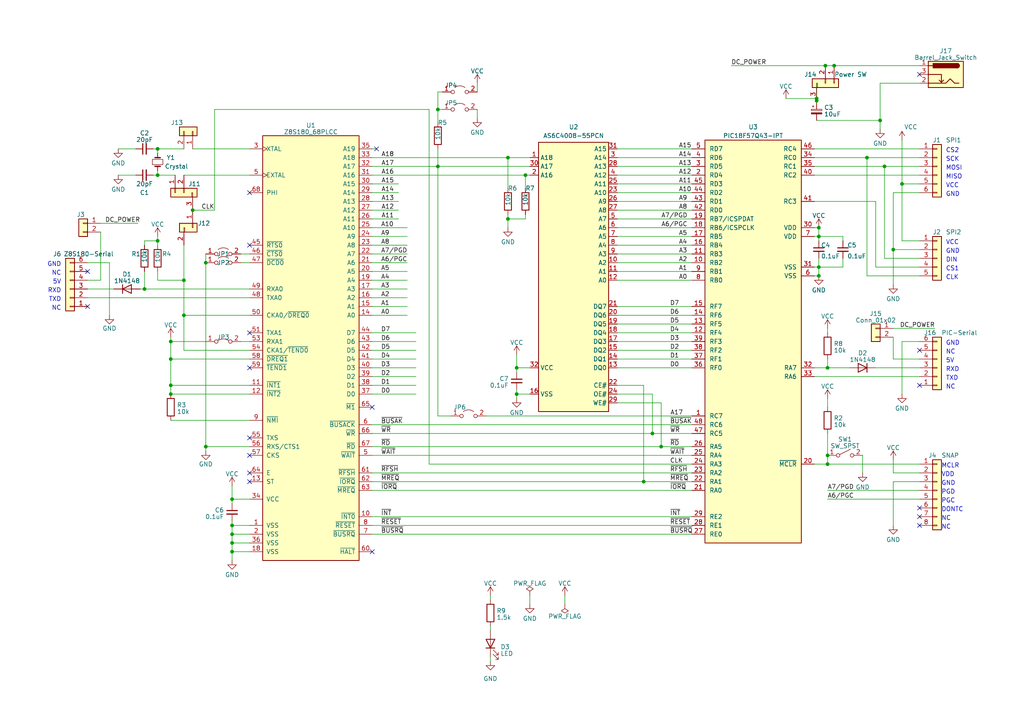
<source format=kicad_sch>
(kicad_sch (version 20230121) (generator eeschema)
  (paper "A4")
  (title_block (title "Z8S180_57Q board (schematized by N.Kumagai") (rev "001"))
  (lib_symbols
    (symbol "0-Project:Conn_01x02_trans" (pin_names (offset 1.016) hide)
      (property "Reference" "J" (at 0 2.54 0))
      (property "Value" "Conn_01x02" (at 0 -5.08 0))
      (symbol "Conn_01x02_trans_1_1"
        (pin passive line (at -5.08 0 0) (length 3.81) (name "Pin_1") (number "1"))
        (pin passive line (at 5.08 -2.54 180) (length 3.81) (name "Pin_2") (number "2"))
      )
    )
    (symbol "0-Project:Conn_01x03" (pin_names (offset 1.016) hide)
      (property "Reference" "J" (at 0 5.08 0))
      (property "Value" "Conn_01x03" (at 0 -5.08 0))
      (symbol "Conn_01x03_1_1"
        (pin passive line (at -5.08 2.54 0) (length 3.81) (name "Pin_1") (number "1"))
        (pin passive line (at -5.08 0 0) (length 3.81) (name "Pin_2") (number "2"))
        (pin passive line (at 5.08 -2.54 180) (length 3.81) (name "Pin_3") (number "3"))
      )
    )
    (symbol "0-Project:Z8S180_68PLCC" (pin_names (offset 1.016))
      (property "Reference" "U" (at -13.97 35.56 0))
      (property "Value" "Z8S180_68PLCC" (at -1.27 35.56 0))
      (symbol "Z8S180_68PLCC_1_1"
        (pin power_in line (at -17.78 -78.74 0) (length 3.81) (name "VSS") (number "1"))
        (pin input line (at 17.78 -76.2 180) (length 3.81) (name "~{INT0}") (number "10"))
        (pin input line (at -17.78 -38.1 0) (length 3.81) (name "~{INT1}") (number "11"))
        (pin input line (at -17.78 -40.64 0) (length 3.81) (name "~{INT2}") (number "12"))
        (pin output line (at -17.78 -66.04 0) (length 3.81) (name "ST") (number "13"))
        (pin output line (at 17.78 -17.78 180) (length 3.81) (name "A0") (number "14"))
        (pin output line (at 17.78 -15.24 180) (length 3.81) (name "A1") (number "15"))
        (pin output line (at 17.78 -12.7 180) (length 3.81) (name "A2") (number "16"))
        (pin output line (at 17.78 -10.16 180) (length 3.81) (name "A3") (number "17"))
        (pin power_in line (at -17.78 -86.36 0) (length 3.81) (name "VSS") (number "18"))
        (pin output line (at 17.78 -7.62 180) (length 3.81) (name "A4") (number "19"))
        (pin power_in line (at -17.78 -81.28 0) (length 3.81) (name "VSS") (number "2"))
        (pin output line (at 17.78 -5.08 180) (length 3.81) (name "A5") (number "20"))
        (pin output line (at 17.78 -2.54 180) (length 3.81) (name "A6") (number "21"))
        (pin output line (at 17.78 0 180) (length 3.81) (name "A7") (number "22"))
        (pin output line (at 17.78 2.54 180) (length 3.81) (name "A8") (number "23"))
        (pin output line (at 17.78 5.08 180) (length 3.81) (name "A9") (number "24"))
        (pin output line (at 17.78 7.62 180) (length 3.81) (name "A10") (number "25"))
        (pin output line (at 17.78 10.16 180) (length 3.81) (name "A11") (number "26"))
        (pin output line (at 17.78 12.7 180) (length 3.81) (name "A12") (number "27"))
        (pin output line (at 17.78 15.24 180) (length 3.81) (name "A13") (number "28"))
        (pin output line (at 17.78 17.78 180) (length 3.81) (name "A14") (number "29"))
        (pin input clock (at -17.78 30.48 0) (length 3.81) (name "XTAL") (number "3"))
        (pin output line (at 17.78 20.32 180) (length 3.81) (name "A15") (number "30"))
        (pin output line (at 17.78 22.86 180) (length 3.81) (name "A16") (number "31"))
        (pin output line (at 17.78 25.4 180) (length 3.81) (name "A17") (number "32"))
        (pin output line (at 17.78 27.94 180) (length 3.81) (name "A18") (number "33"))
        (pin power_in line (at -17.78 -71.12 0) (length 3.81) (name "VCC") (number "34"))
        (pin output line (at 17.78 30.48 180) (length 3.81) (name "A19") (number "35"))
        (pin power_in line (at -17.78 -83.82 0) (length 3.81) (name "VSS") (number "36"))
        (pin bidirectional line (at 17.78 -40.64 180) (length 3.81) (name "D0") (number "37"))
        (pin bidirectional line (at 17.78 -38.1 180) (length 3.81) (name "D1") (number "38"))
        (pin bidirectional line (at 17.78 -35.56 180) (length 3.81) (name "D2") (number "39"))
        (pin bidirectional line (at 17.78 -33.02 180) (length 3.81) (name "D3") (number "40"))
        (pin bidirectional line (at 17.78 -30.48 180) (length 3.81) (name "D4") (number "41"))
        (pin bidirectional line (at 17.78 -27.94 180) (length 3.81) (name "D5") (number "42"))
        (pin bidirectional line (at 17.78 -25.4 180) (length 3.81) (name "D6") (number "43"))
        (pin bidirectional line (at 17.78 -22.86 180) (length 3.81) (name "D7") (number "44"))
        (pin output line (at -17.78 2.54 0) (length 3.81) (name "~{RTS0}") (number "45"))
        (pin input line (at -17.78 0 0) (length 3.81) (name "~{CTS0}") (number "46"))
        (pin input line (at -17.78 -2.54 0) (length 3.81) (name "~{DCD0}") (number "47"))
        (pin output line (at -17.78 -12.7 0) (length 3.81) (name "TXA0") (number "48"))
        (pin input line (at -17.78 -10.16 0) (length 3.81) (name "RXA0") (number "49"))
        (pin input clock (at -17.78 22.86 0) (length 3.81) (name "EXTAL") (number "5"))
        (pin input line (at 17.78 -58.42 180) (length 3.81) (name "~{WAIT}") (number "5"))
        (pin input line (at -17.78 -17.78 0) (length 3.81) (name "CKA0/~{DREQ0}") (number "50"))
        (pin output line (at -17.78 -22.86 0) (length 3.81) (name "TXA1") (number "51"))
        (pin input line (at -17.78 -25.4 0) (length 3.81) (name "RXA1") (number "53"))
        (pin input line (at -17.78 -27.94 0) (length 3.81) (name "CKA1/~{TEND0}") (number "54"))
        (pin output line (at -17.78 -53.34 0) (length 3.81) (name "TXS") (number "55"))
        (pin input line (at -17.78 -55.88 0) (length 3.81) (name "RXS/CTS1") (number "56"))
        (pin input line (at -17.78 -58.42 0) (length 3.81) (name "CKS") (number "57"))
        (pin input line (at -17.78 -30.48 0) (length 3.81) (name "~{DREQ1}") (number "58"))
        (pin input line (at -17.78 -33.02 0) (length 3.81) (name "~{TEND1}") (number "59"))
        (pin output line (at 17.78 -49.53 180) (length 3.81) (name "~{BUSACK}") (number "6"))
        (pin output line (at 17.78 -86.36 180) (length 3.81) (name "~{HALT}") (number "60"))
        (pin output line (at 17.78 -63.5 180) (length 3.81) (name "~{RFSH}") (number "61"))
        (pin output line (at 17.78 -66.04 180) (length 3.81) (name "~{IORQ}") (number "62"))
        (pin output line (at 17.78 -68.58 180) (length 3.81) (name "~{MREQ}") (number "63"))
        (pin output line (at -17.78 -63.5 0) (length 3.81) (name "E") (number "64"))
        (pin output line (at 17.78 -44.45 180) (length 3.81) (name "~{M1}") (number "65"))
        (pin output line (at 17.78 -52.07 180) (length 3.81) (name "~{WR}") (number "66"))
        (pin output line (at 17.78 -55.88 180) (length 3.81) (name "~{RD}") (number "67"))
        (pin output line (at -17.78 17.78 0) (length 3.81) (name "PHI") (number "68"))
        (pin input line (at 17.78 -81.28 180) (length 3.81) (name "~{BUSRQ}") (number "7"))
        (pin input line (at 17.78 -78.74 180) (length 3.81) (name "~{RESET}") (number "8"))
        (pin input line (at -17.78 -48.26 0) (length 3.81) (name "~{NMI}") (number "9"))
      )
    )
    (symbol "0-local:AS6C4008-55PCN_oneside"
      (property "Reference" "U" (at -10.16 36.195 0))
      (property "Value" "AS6C4008-55PCN" (at -2.54 36.83 0))
      (symbol "AS6C4008-55PCN_oneside_0_0"
        (pin power_in line (at -12.7 -36.83 0) (length 2.54) (name "VSS") (number "16"))
        (pin power_in line (at -12.7 -29.21 0) (length 2.54) (name "VCC") (number "32"))
      )
      (symbol "AS6C4008-55PCN_oneside_1_1"
        (pin input line (at -12.7 31.75 0) (length 2.54) (name "A18") (number "1"))
        (pin input line (at 12.7 1.27 180) (length 2.54) (name "A2") (number "10"))
        (pin input line (at 12.7 -1.27 180) (length 2.54) (name "A1") (number "11"))
        (pin input line (at 12.7 -3.81 180) (length 2.54) (name "A0") (number "12"))
        (pin tri_state line (at 12.7 -29.21 180) (length 2.54) (name "DQ0") (number "13"))
        (pin tri_state line (at 12.7 -26.67 180) (length 2.54) (name "DQ1") (number "14"))
        (pin tri_state line (at 12.7 -24.13 180) (length 2.54) (name "DQ2") (number "15"))
        (pin tri_state line (at 12.7 -21.59 180) (length 2.54) (name "DQ3") (number "17"))
        (pin tri_state line (at 12.7 -19.05 180) (length 2.54) (name "DQ4") (number "18"))
        (pin tri_state line (at 12.7 -16.51 180) (length 2.54) (name "DQ5") (number "19"))
        (pin input line (at -12.7 26.67 0) (length 2.54) (name "A16") (number "2"))
        (pin tri_state line (at 12.7 -13.97 180) (length 2.54) (name "DQ6") (number "20"))
        (pin tri_state line (at 12.7 -11.43 180) (length 2.54) (name "DQ7") (number "21"))
        (pin input line (at 12.7 -34.29 180) (length 2.54) (name "CE#") (number "22"))
        (pin input line (at 12.7 21.59 180) (length 2.54) (name "A10") (number "23"))
        (pin input line (at 12.7 -36.83 180) (length 2.54) (name "OE#") (number "24"))
        (pin input line (at 12.7 24.13 180) (length 2.54) (name "A11") (number "25"))
        (pin input line (at 12.7 19.05 180) (length 2.54) (name "A9") (number "26"))
        (pin input line (at 12.7 16.51 180) (length 2.54) (name "A8") (number "27"))
        (pin input line (at 12.7 29.21 180) (length 2.54) (name "A13") (number "28"))
        (pin input line (at 12.7 -39.37 180) (length 2.54) (name "WE#") (number "29"))
        (pin input line (at 12.7 31.75 180) (length 2.54) (name "A14") (number "3"))
        (pin input line (at -12.7 29.21 0) (length 2.54) (name "A17") (number "30"))
        (pin input line (at 12.7 34.29 180) (length 2.54) (name "A15") (number "31"))
        (pin input line (at 12.7 26.67 180) (length 2.54) (name "A12") (number "4"))
        (pin input line (at 12.7 13.97 180) (length 2.54) (name "A7") (number "5"))
        (pin input line (at 12.7 11.43 180) (length 2.54) (name "A6") (number "6"))
        (pin input line (at 12.7 8.89 180) (length 2.54) (name "A5") (number "7"))
        (pin input line (at 12.7 6.35 180) (length 2.54) (name "A4") (number "8"))
        (pin input line (at 12.7 3.81 180) (length 2.54) (name "A3") (number "9"))
      )
    )
    (symbol "0-local:PIC18F57Q43-IPT-2" (pin_names (offset 1.27))
      (property "Reference" "U" (at -12.7 59.69 0))
      (property "Value" "PIC18F57Q43-IPT" (at 5.08 59.69 0))
      (symbol "PIC18F57Q43-IPT-2_1_1"
        (pin bidirectional line (at -17.78 -21.59 0) (length 3.81) (name "RC7") (number "1"))
        (pin bidirectional line (at -17.78 22.86 0) (length 3.81) (name "RB2") (number "10"))
        (pin bidirectional line (at -17.78 25.4 0) (length 3.81) (name "RB3") (number "11"))
        (pin bidirectional line (at -17.78 2.54 0) (length 3.81) (name "RF4") (number "12"))
        (pin bidirectional line (at -17.78 5.08 0) (length 3.81) (name "RF5") (number "13"))
        (pin bidirectional line (at -17.78 7.62 0) (length 3.81) (name "RF6") (number "14"))
        (pin bidirectional line (at -17.78 10.16 0) (length 3.81) (name "RF7") (number "15"))
        (pin bidirectional line (at -17.78 27.94 0) (length 3.81) (name "RB4") (number "16"))
        (pin bidirectional line (at -17.78 30.48 0) (length 3.81) (name "RB5") (number "17"))
        (pin bidirectional line (at -17.78 33.02 0) (length 3.81) (name "RB6/ICSPCLK") (number "18"))
        (pin bidirectional line (at -17.78 35.56 0) (length 3.81) (name "RB7/ICSPDAT") (number "19"))
        (pin bidirectional line (at -17.78 48.26 0) (length 3.81) (name "RD4") (number "2"))
        (pin bidirectional line (at 17.78 -35.56 180) (length 3.81) (name "~{MCLR}") (number "20"))
        (pin bidirectional line (at -17.78 -43.18 0) (length 3.81) (name "RA0") (number "21"))
        (pin bidirectional line (at -17.78 -40.64 0) (length 3.81) (name "RA1") (number "22"))
        (pin bidirectional line (at -17.78 -38.1 0) (length 3.81) (name "RA2") (number "23"))
        (pin bidirectional line (at -17.78 -35.56 0) (length 3.81) (name "RA3") (number "24"))
        (pin bidirectional line (at -17.78 -33.02 0) (length 3.81) (name "RA4") (number "25"))
        (pin bidirectional line (at -17.78 -30.48 0) (length 3.81) (name "RA5") (number "26"))
        (pin bidirectional line (at -17.78 -55.88 0) (length 3.81) (name "RE0") (number "27"))
        (pin bidirectional line (at -17.78 -53.34 0) (length 3.81) (name "RE1") (number "28"))
        (pin bidirectional line (at -17.78 -50.8 0) (length 3.81) (name "RE2") (number "29"))
        (pin bidirectional line (at -17.78 50.8 0) (length 3.81) (name "RD5") (number "3"))
        (pin power_in line (at 17.78 33.02 180) (length 3.81) (name "VDD") (number "30"))
        (pin power_in line (at 17.78 21.59 180) (length 3.81) (name "VSS") (number "31"))
        (pin bidirectional line (at 17.78 -7.62 180) (length 3.81) (name "RA7") (number "32"))
        (pin bidirectional line (at 17.78 -10.16 180) (length 3.81) (name "RA6") (number "33"))
        (pin bidirectional line (at 17.78 53.34 180) (length 3.81) (name "RC0") (number "34"))
        (pin bidirectional line (at 17.78 50.8 180) (length 3.81) (name "RC1") (number "35"))
        (pin bidirectional line (at -17.78 -7.62 0) (length 3.81) (name "RF0") (number "36"))
        (pin bidirectional line (at -17.78 -5.08 0) (length 3.81) (name "RF1") (number "37"))
        (pin bidirectional line (at -17.78 -2.54 0) (length 3.81) (name "RF2") (number "38"))
        (pin bidirectional line (at -17.78 0 0) (length 3.81) (name "RF3") (number "39"))
        (pin bidirectional line (at -17.78 53.34 0) (length 3.81) (name "RD6") (number "4"))
        (pin bidirectional line (at 17.78 48.26 180) (length 3.81) (name "RC2") (number "40"))
        (pin bidirectional line (at 17.78 40.64 180) (length 3.81) (name "RC3") (number "41"))
        (pin bidirectional line (at -17.78 38.1 0) (length 3.81) (name "RD0") (number "42"))
        (pin bidirectional line (at -17.78 40.64 0) (length 3.81) (name "RD1") (number "43"))
        (pin bidirectional line (at -17.78 43.18 0) (length 3.81) (name "RD2") (number "44"))
        (pin bidirectional line (at -17.78 45.72 0) (length 3.81) (name "RD3") (number "45"))
        (pin bidirectional line (at 17.78 55.88 180) (length 3.81) (name "RC4") (number "46"))
        (pin bidirectional line (at -17.78 -26.67 0) (length 3.81) (name "RC5") (number "47"))
        (pin bidirectional line (at -17.78 -24.13 0) (length 3.81) (name "RC6") (number "48"))
        (pin bidirectional line (at -17.78 55.88 0) (length 3.81) (name "RD7") (number "5"))
        (pin power_in line (at 17.78 19.05 180) (length 3.81) (name "VSS") (number "6"))
        (pin power_in line (at 17.78 30.48 180) (length 3.81) (name "VDD") (number "7"))
        (pin bidirectional line (at -17.78 17.78 0) (length 3.81) (name "RB0") (number "8"))
        (pin bidirectional line (at -17.78 20.32 0) (length 3.81) (name "RB1") (number "9"))
      )
    )
    (symbol "Connector:Barrel_Jack_Switch" (pin_names hide)
      (property "Reference" "J" (at 0 5.334 0))
      (property "Value" "Barrel_Jack_Switch" (at 0 -5.08 0))
      (symbol "Barrel_Jack_Switch_1_1"
        (pin passive line (at 7.62 2.54 180) (length 2.54) (name "~") (number "1"))
        (pin passive line (at 7.62 -2.54 180) (length 2.54) (name "~") (number "2"))
        (pin passive line (at 7.62 0 180) (length 2.54) (name "~") (number "3"))
      )
    )
    (symbol "Connector_Generic:Conn_01x02" (pin_names (offset 1.016) hide)
      (property "Reference" "J" (at 0 2.54 0))
      (property "Value" "Conn_01x02" (at 0 -5.08 0))
      (symbol "Conn_01x02_1_1"
        (pin passive line (at -5.08 0 0) (length 3.81) (name "Pin_1") (number "1"))
        (pin passive line (at -5.08 -2.54 0) (length 3.81) (name "Pin_2") (number "2"))
      )
    )
    (symbol "Connector_Generic:Conn_01x05" (pin_names (offset 1.016) hide)
      (property "Reference" "J" (at 0 7.62 0))
      (property "Value" "Conn_01x05" (at 0 -7.62 0))
      (symbol "Conn_01x05_1_1"
        (pin passive line (at -5.08 5.08 0) (length 3.81) (name "Pin_1") (number "1"))
        (pin passive line (at -5.08 2.54 0) (length 3.81) (name "Pin_2") (number "2"))
        (pin passive line (at -5.08 0 0) (length 3.81) (name "Pin_3") (number "3"))
        (pin passive line (at -5.08 -2.54 0) (length 3.81) (name "Pin_4") (number "4"))
        (pin passive line (at -5.08 -5.08 0) (length 3.81) (name "Pin_5") (number "5"))
      )
    )
    (symbol "Connector_Generic:Conn_01x06" (pin_names (offset 1.016) hide)
      (property "Reference" "J" (at 0 7.62 0))
      (property "Value" "Conn_01x06" (at 0 -10.16 0))
      (symbol "Conn_01x06_1_1"
        (pin passive line (at -5.08 5.08 0) (length 3.81) (name "Pin_1") (number "1"))
        (pin passive line (at -5.08 2.54 0) (length 3.81) (name "Pin_2") (number "2"))
        (pin passive line (at -5.08 0 0) (length 3.81) (name "Pin_3") (number "3"))
        (pin passive line (at -5.08 -2.54 0) (length 3.81) (name "Pin_4") (number "4"))
        (pin passive line (at -5.08 -5.08 0) (length 3.81) (name "Pin_5") (number "5"))
        (pin passive line (at -5.08 -7.62 0) (length 3.81) (name "Pin_6") (number "6"))
      )
    )
    (symbol "Connector_Generic:Conn_01x08" (pin_names (offset 1.016) hide)
      (property "Reference" "J" (at 0 10.16 0))
      (property "Value" "Conn_01x08" (at 0 -12.7 0))
      (symbol "Conn_01x08_1_1"
        (pin passive line (at -5.08 7.62 0) (length 3.81) (name "Pin_1") (number "1"))
        (pin passive line (at -5.08 5.08 0) (length 3.81) (name "Pin_2") (number "2"))
        (pin passive line (at -5.08 2.54 0) (length 3.81) (name "Pin_3") (number "3"))
        (pin passive line (at -5.08 0 0) (length 3.81) (name "Pin_4") (number "4"))
        (pin passive line (at -5.08 -2.54 0) (length 3.81) (name "Pin_5") (number "5"))
        (pin passive line (at -5.08 -5.08 0) (length 3.81) (name "Pin_6") (number "6"))
        (pin passive line (at -5.08 -7.62 0) (length 3.81) (name "Pin_7") (number "7"))
        (pin passive line (at -5.08 -10.16 0) (length 3.81) (name "Pin_8") (number "8"))
      )
    )
    (symbol "Device:C_Polarized_Small" (pin_numbers hide) (pin_names (offset 0.254) hide)
      (property "Reference" "C" (at 0.254 1.778 0))
      (property "Value" "C_Polarized_Small" (at 0.254 -2.032 0))
      (symbol "C_Polarized_Small_1_1"
        (pin passive line (at 0 2.54 270) (length 1.8542) (name "~") (number "1"))
        (pin passive line (at 0 -2.54 90) (length 1.8542) (name "~") (number "2"))
      )
    )
    (symbol "Device:C_Small" (pin_numbers hide) (pin_names (offset 0.254) hide)
      (property "Reference" "C" (at 0.254 1.778 0))
      (property "Value" "C_Small" (at 0.254 -2.032 0))
      (symbol "C_Small_1_1"
        (pin passive line (at 0 2.54 270) (length 2.032) (name "~") (number "1"))
        (pin passive line (at 0 -2.54 90) (length 2.032) (name "~") (number "2"))
      )
    )
    (symbol "Device:Crystal_Small" (pin_numbers hide) (pin_names (offset 1.016) hide)
      (property "Reference" "Y" (at 0 2.54 0))
      (property "Value" "Crystal_Small" (at 0 -2.54 0))
      (symbol "Crystal_Small_1_1"
        (pin passive line (at -2.54 0 0) (length 1.27) (name "1") (number "1"))
        (pin passive line (at 2.54 0 180) (length 1.27) (name "2") (number "2"))
      )
    )
    (symbol "Device:LED" (pin_numbers hide) (pin_names (offset 1.016) hide)
      (property "Reference" "D" (at 0 2.54 0))
      (property "Value" "LED" (at 0 -2.54 0))
      (symbol "LED_1_1"
        (pin passive line (at -3.81 0 0) (length 2.54) (name "K") (number "1"))
        (pin passive line (at 3.81 0 180) (length 2.54) (name "A") (number "2"))
      )
    )
    (symbol "Device:R" (pin_numbers hide) (pin_names (offset 0))
      (property "Reference" "R" (at 2.032 0 90))
      (property "Value" "R" (at 0 0 90))
      (symbol "R_1_1"
        (pin passive line (at 0 3.81 270) (length 1.27) (name "~") (number "1"))
        (pin passive line (at 0 -3.81 90) (length 1.27) (name "~") (number "2"))
      )
    )
    (symbol "Diode:1N4148" (pin_numbers hide) (pin_names hide)
      (property "Reference" "D" (at 0 2.54 0))
      (property "Value" "1N4148" (at 0 -2.54 0))
      (symbol "1N4148_1_1"
        (pin passive line (at -3.81 0 0) (length 2.54) (name "K") (number "1"))
        (pin passive line (at 3.81 0 180) (length 2.54) (name "A") (number "2"))
      )
    )
    (symbol "Jumper:Jumper_2_Bridged" (pin_names (offset 0) hide)
      (property "Reference" "JP" (at 0 1.905 0))
      (property "Value" "Jumper_2_Bridged" (at 0 -2.54 0))
      (symbol "Jumper_2_Bridged_1_1"
        (pin passive line (at -5.08 0 0) (length 2.54) (name "A") (number "1"))
        (pin passive line (at 5.08 0 180) (length 2.54) (name "B") (number "2"))
      )
    )
    (symbol "Jumper:Jumper_2_Open" (pin_names (offset 0) hide)
      (property "Reference" "JP" (at 0 2.794 0))
      (property "Value" "Jumper_2_Open" (at 0 -2.286 0))
      (symbol "Jumper_2_Open_1_1"
        (pin passive line (at -5.08 0 0) (length 2.54) (name "A") (number "1"))
        (pin passive line (at 5.08 0 180) (length 2.54) (name "B") (number "2"))
      )
    )
    (symbol "Switch:SW_SPST" (pin_names (offset 0) hide)
      (property "Reference" "SW" (at 0 3.175 0))
      (property "Value" "SW_SPST" (at 0 -2.54 0))
      (symbol "SW_SPST_1_1"
        (pin passive line (at -5.08 0 0) (length 2.54) (name "A") (number "1"))
        (pin passive line (at 5.08 0 180) (length 2.54) (name "B") (number "2"))
      )
    )
    (symbol "power:GND" (power) (pin_names (offset 0))
      (property "Value" "GND" (at 0 -3.81 0))
      (symbol "GND_1_1"
        (pin power_in line (at 0 0 270) (length 0) hide (name "GND") (number "1"))
      )
    )
    (symbol "power:PWR_FLAG" (power) (pin_numbers hide) (pin_names (offset 0) hide)
      (property "Value" "PWR_FLAG" (at 0 3.81 0))
      (symbol "PWR_FLAG_0_0"
        (pin power_out line (at 0 0 90) (length 0) (name "pwr") (number "1"))
      )
    )
    (symbol "power:VCC" (power) (pin_names (offset 0))
      (property "Value" "VCC" (at 0 3.81 0))
      (symbol "VCC_1_1"
        (pin power_in line (at 0 0 90) (length 0) hide (name "VCC") (number "1"))
      )
    )
  )
  (junction (at 147.32 63.5))
  (junction (at 237.49 80.01))
  (junction (at 237.49 77.47))
  (junction (at 241.935 19.05))
  (junction (at 256.54 48.26))
  (junction (at 152.4 50.8))
  (junction (at 251.46 45.72))
  (junction (at 49.53 99.06))
  (junction (at 67.31 152.4))
  (junction (at 149.86 114.3))
  (junction (at 49.53 104.14))
  (junction (at 41.91 83.82))
  (junction (at 127 31.75))
  (junction (at 261.62 53.34))
  (junction (at 186.69 139.7))
  (junction (at 45.72 43.18))
  (junction (at 240.03 134.62))
  (junction (at 237.49 68.58))
  (junction (at 237.49 66.04))
  (junction (at 191.77 129.54))
  (junction (at 59.69 76.2))
  (junction (at 67.31 144.78))
  (junction (at 59.69 129.54))
  (junction (at 49.53 114.3))
  (junction (at 55.88 60.96))
  (junction (at 147.32 45.72))
  (junction (at 53.34 81.28))
  (junction (at 45.72 50.8))
  (junction (at 259.08 72.39))
  (junction (at 127 48.26))
  (junction (at 67.31 154.94))
  (junction (at 239.395 19.05))
  (junction (at 236.855 28.575))
  (junction (at 255.27 34.925))
  (junction (at 45.72 69.85))
  (junction (at 49.53 111.76))
  (junction (at 67.31 160.02))
  (junction (at 67.31 157.48))
  (junction (at 240.03 106.68))
  (junction (at 236.855 29.21))
  (junction (at 53.34 91.44))
  (junction (at 189.23 125.73))
  (junction (at 149.86 106.68))
  (junction (at 240.03 132.08))
  (no_connect (at 109.22 43.18))
  (no_connect (at 266.7 152.4))
  (no_connect (at 266.7 111.76))
  (no_connect (at 72.39 55.88))
  (no_connect (at 266.7 147.32))
  (no_connect (at 107.95 118.11))
  (no_connect (at 266.7 21.59))
  (no_connect (at 72.39 96.52))
  (no_connect (at 72.39 132.08))
  (no_connect (at 266.7 101.6))
  (no_connect (at 107.95 160.02))
  (no_connect (at 72.39 139.7))
  (no_connect (at 266.7 149.86))
  (no_connect (at 72.39 137.16))
  (no_connect (at 25.4 88.9))
  (no_connect (at 72.39 127))
  (no_connect (at 72.39 106.68))
  (no_connect (at 72.39 71.12))
  (no_connect (at 25.4 78.74))
  (wire (pts (xy 67.31 160.02) (xy 72.39 160.02)))
  (wire (pts (xy 25.4 86.36) (xy 72.39 86.36)))
  (wire (pts (xy 107.95 125.73) (xy 189.23 125.73)))
  (wire (pts (xy 107.95 114.3) (xy 120.65 114.3)))
  (wire (pts (xy 212.09 19.05) (xy 239.395 19.05)))
  (wire (pts (xy 107.95 60.96) (xy 115.57 60.96)))
  (wire (pts (xy 259.08 137.16) (xy 259.08 133.35)))
  (wire (pts (xy 239.395 19.05) (xy 241.935 19.05)))
  (wire (pts (xy 236.22 43.18) (xy 266.7 43.18)))
  (wire (pts (xy 259.08 72.39) (xy 266.7 72.39)))
  (wire (pts (xy 189.23 114.3) (xy 189.23 125.73)))
  (wire (pts (xy 259.08 97.79) (xy 259.08 104.14)))
  (wire (pts (xy 138.43 24.13) (xy 138.43 26.67)))
  (wire (pts (xy 186.69 111.76) (xy 186.69 139.7)))
  (wire (pts (xy 127 48.26) (xy 153.67 48.26)))
  (wire (pts (xy 244.475 68.58) (xy 244.475 69.85)))
  (wire (pts (xy 107.95 86.36) (xy 118.11 86.36)))
  (wire (pts (xy 241.935 19.05) (xy 266.7 19.05)))
  (wire (pts (xy 147.32 63.5) (xy 147.32 66.04)))
  (wire (pts (xy 67.31 157.48) (xy 67.31 160.02)))
  (wire (pts (xy 179.07 88.9) (xy 200.66 88.9)))
  (wire (pts (xy 107.95 83.82) (xy 118.11 83.82)))
  (wire (pts (xy 259.08 55.88) (xy 259.08 72.39)))
  (wire (pts (xy 107.95 91.44) (xy 118.11 91.44)))
  (wire (pts (xy 67.31 144.78) (xy 72.39 144.78)))
  (wire (pts (xy 107.95 101.6) (xy 120.65 101.6)))
  (wire (pts (xy 147.32 62.23) (xy 147.32 63.5)))
  (wire (pts (xy 179.07 81.28) (xy 200.66 81.28)))
  (wire (pts (xy 149.86 106.68) (xy 149.86 107.95)))
  (wire (pts (xy 69.85 99.06) (xy 72.39 99.06)))
  (wire (pts (xy 45.72 68.58) (xy 45.72 69.85)))
  (wire (pts (xy 127 31.75) (xy 128.27 31.75)))
  (wire (pts (xy 189.23 125.73) (xy 200.66 125.73)))
  (wire (pts (xy 261.62 53.34) (xy 266.7 53.34)))
  (wire (pts (xy 67.31 140.97) (xy 67.31 144.78)))
  (wire (pts (xy 266.7 24.13) (xy 255.27 24.13)))
  (wire (pts (xy 124.46 134.62) (xy 200.66 134.62)))
  (wire (pts (xy 266.7 77.47) (xy 254 77.47)))
  (wire (pts (xy 25.4 81.28) (xy 29.21 81.28)))
  (wire (pts (xy 138.43 31.75) (xy 138.43 34.29)))
  (wire (pts (xy 152.4 63.5) (xy 147.32 63.5)))
  (wire (pts (xy 149.86 102.87) (xy 149.86 106.68)))
  (wire (pts (xy 45.72 81.28) (xy 53.34 81.28)))
  (wire (pts (xy 127 43.18) (xy 127 48.26)))
  (wire (pts (xy 107.95 50.8) (xy 152.4 50.8)))
  (wire (pts (xy 179.07 55.88) (xy 200.66 55.88)))
  (wire (pts (xy 179.07 48.26) (xy 200.66 48.26)))
  (wire (pts (xy 236.22 66.04) (xy 237.49 66.04)))
  (wire (pts (xy 67.31 144.78) (xy 67.31 146.05)))
  (wire (pts (xy 49.53 99.06) (xy 59.69 99.06)))
  (wire (pts (xy 186.69 139.7) (xy 200.66 139.7)))
  (wire (pts (xy 191.77 129.54) (xy 200.66 129.54)))
  (wire (pts (xy 25.4 76.2) (xy 31.75 76.2)))
  (wire (pts (xy 237.49 68.58) (xy 237.49 69.85)))
  (wire (pts (xy 49.53 97.79) (xy 49.53 99.06)))
  (wire (pts (xy 236.22 48.26) (xy 256.54 48.26)))
  (wire (pts (xy 259.08 139.7) (xy 266.7 139.7)))
  (wire (pts (xy 62.23 31.75) (xy 124.46 31.75)))
  (wire (pts (xy 49.53 99.06) (xy 49.53 104.14)))
  (wire (pts (xy 55.88 43.18) (xy 72.39 43.18)))
  (wire (pts (xy 152.4 62.23) (xy 152.4 63.5)))
  (wire (pts (xy 44.45 43.18) (xy 45.72 43.18)))
  (wire (pts (xy 149.86 114.3) (xy 149.86 115.57)))
  (wire (pts (xy 41.91 69.85) (xy 41.91 71.12)))
  (wire (pts (xy 149.86 106.68) (xy 153.67 106.68)))
  (wire (pts (xy 236.22 106.68) (xy 240.03 106.68)))
  (wire (pts (xy 254 58.42) (xy 254 77.47)))
  (wire (pts (xy 179.07 53.34) (xy 200.66 53.34)))
  (wire (pts (xy 240.03 104.14) (xy 240.03 106.68)))
  (wire (pts (xy 240.03 144.78) (xy 266.7 144.78)))
  (wire (pts (xy 107.95 154.94) (xy 200.66 154.94)))
  (wire (pts (xy 109.22 43.18) (xy 107.95 43.18)))
  (wire (pts (xy 55.88 60.96) (xy 62.23 60.96)))
  (wire (pts (xy 107.95 45.72) (xy 147.32 45.72)))
  (wire (pts (xy 45.72 43.18) (xy 53.34 43.18)))
  (wire (pts (xy 53.34 50.8) (xy 72.39 50.8)))
  (wire (pts (xy 256.54 48.26) (xy 266.7 48.26)))
  (wire (pts (xy 179.07 101.6) (xy 200.66 101.6)))
  (wire (pts (xy 251.46 45.72) (xy 251.46 80.01)))
  (wire (pts (xy 107.95 58.42) (xy 115.57 58.42)))
  (wire (pts (xy 179.07 93.98) (xy 200.66 93.98)))
  (wire (pts (xy 127 48.26) (xy 127 120.65)))
  (wire (pts (xy 179.07 76.2) (xy 200.66 76.2)))
  (wire (pts (xy 107.95 123.19) (xy 200.66 123.19)))
  (wire (pts (xy 49.53 121.92) (xy 72.39 121.92)))
  (wire (pts (xy 45.72 49.53) (xy 45.72 50.8)))
  (wire (pts (xy 236.855 28.575) (xy 236.855 24.13)))
  (wire (pts (xy 127 120.65) (xy 130.81 120.65)))
  (wire (pts (xy 107.95 132.08) (xy 200.66 132.08)))
  (wire (pts (xy 236.855 34.925) (xy 255.27 34.925)))
  (wire (pts (xy 41.91 69.85) (xy 45.72 69.85)))
  (wire (pts (xy 236.22 109.22) (xy 266.7 109.22)))
  (wire (pts (xy 53.34 71.12) (xy 53.34 81.28)))
  (wire (pts (xy 127 31.75) (xy 127 26.67)))
  (wire (pts (xy 49.53 114.3) (xy 49.53 111.76)))
  (wire (pts (xy 107.95 81.28) (xy 118.11 81.28)))
  (wire (pts (xy 236.22 58.42) (xy 254 58.42)))
  (wire (pts (xy 266.7 74.93) (xy 256.54 74.93)))
  (wire (pts (xy 236.22 45.72) (xy 251.46 45.72)))
  (wire (pts (xy 259.08 95.25) (xy 271.145 95.25)))
  (wire (pts (xy 107.95 88.9) (xy 118.11 88.9)))
  (wire (pts (xy 142.24 172.72) (xy 142.24 173.99)))
  (wire (pts (xy 34.29 43.18) (xy 39.37 43.18)))
  (wire (pts (xy 107.95 149.86) (xy 200.66 149.86)))
  (wire (pts (xy 179.07 43.18) (xy 200.66 43.18)))
  (wire (pts (xy 107.95 63.5) (xy 115.57 63.5)))
  (wire (pts (xy 107.95 129.54) (xy 191.77 129.54)))
  (wire (pts (xy 53.34 91.44) (xy 72.39 91.44)))
  (wire (pts (xy 179.07 66.04) (xy 200.66 66.04)))
  (wire (pts (xy 29.21 67.31) (xy 29.21 81.28)))
  (wire (pts (xy 107.95 71.12) (xy 118.11 71.12)))
  (wire (pts (xy 179.07 114.3) (xy 189.23 114.3)))
  (wire (pts (xy 259.08 72.39) (xy 259.08 82.55)))
  (wire (pts (xy 240.03 134.62) (xy 266.7 134.62)))
  (wire (pts (xy 142.24 181.61) (xy 142.24 182.88)))
  (wire (pts (xy 107.95 78.74) (xy 118.11 78.74)))
  (wire (pts (xy 149.86 114.3) (xy 153.67 114.3)))
  (wire (pts (xy 255.27 34.925) (xy 255.27 37.465)))
  (wire (pts (xy 237.49 74.93) (xy 237.49 77.47)))
  (wire (pts (xy 49.53 111.76) (xy 72.39 111.76)))
  (wire (pts (xy 236.22 50.8) (xy 266.7 50.8)))
  (wire (pts (xy 259.08 55.88) (xy 266.7 55.88)))
  (wire (pts (xy 72.39 101.6) (xy 53.34 101.6)))
  (wire (pts (xy 152.4 50.8) (xy 153.67 50.8)))
  (wire (pts (xy 67.31 154.94) (xy 67.31 157.48)))
  (wire (pts (xy 107.95 76.2) (xy 118.11 76.2)))
  (wire (pts (xy 240.03 142.24) (xy 266.7 142.24)))
  (wire (pts (xy 236.22 134.62) (xy 240.03 134.62)))
  (wire (pts (xy 179.07 78.74) (xy 200.66 78.74)))
  (wire (pts (xy 67.31 152.4) (xy 72.39 152.4)))
  (wire (pts (xy 142.24 190.5) (xy 142.24 191.77)))
  (wire (pts (xy 261.62 114.3) (xy 261.62 99.06)))
  (wire (pts (xy 152.4 50.8) (xy 152.4 54.61)))
  (wire (pts (xy 254 106.68) (xy 266.7 106.68)))
  (wire (pts (xy 107.95 66.04) (xy 118.11 66.04)))
  (wire (pts (xy 62.23 60.96) (xy 62.23 31.75)))
  (wire (pts (xy 45.72 43.18) (xy 45.72 44.45)))
  (wire (pts (xy 261.62 40.64) (xy 261.62 53.34)))
  (wire (pts (xy 45.72 50.8) (xy 50.8 50.8)))
  (wire (pts (xy 127 26.67) (xy 128.27 26.67)))
  (wire (pts (xy 53.34 81.28) (xy 53.34 91.44)))
  (wire (pts (xy 41.91 78.74) (xy 41.91 83.82)))
  (wire (pts (xy 251.46 45.72) (xy 266.7 45.72)))
  (wire (pts (xy 179.07 99.06) (xy 200.66 99.06)))
  (wire (pts (xy 40.64 83.82) (xy 41.91 83.82)))
  (wire (pts (xy 107.95 142.24) (xy 200.66 142.24)))
  (wire (pts (xy 266.7 80.01) (xy 251.46 80.01)))
  (wire (pts (xy 67.31 160.02) (xy 67.31 162.56)))
  (wire (pts (xy 67.31 152.4) (xy 67.31 154.94)))
  (wire (pts (xy 124.46 31.75) (xy 124.46 134.62)))
  (wire (pts (xy 179.07 50.8) (xy 200.66 50.8)))
  (wire (pts (xy 25.4 83.82) (xy 33.02 83.82)))
  (wire (pts (xy 69.85 76.2) (xy 72.39 76.2)))
  (wire (pts (xy 240.03 132.08) (xy 240.03 134.62)))
  (wire (pts (xy 67.31 157.48) (xy 72.39 157.48)))
  (wire (pts (xy 227.965 28.575) (xy 236.855 28.575)))
  (wire (pts (xy 261.62 53.34) (xy 261.62 69.85)))
  (wire (pts (xy 179.07 111.76) (xy 186.69 111.76)))
  (wire (pts (xy 127 35.56) (xy 127 31.75)))
  (wire (pts (xy 259.08 104.14) (xy 266.7 104.14)))
  (wire (pts (xy 179.07 106.68) (xy 200.66 106.68)))
  (wire (pts (xy 179.07 104.14) (xy 200.66 104.14)))
  (wire (pts (xy 147.32 45.72) (xy 147.32 54.61)))
  (wire (pts (xy 259.08 152.4) (xy 259.08 139.7)))
  (wire (pts (xy 179.07 60.96) (xy 200.66 60.96)))
  (wire (pts (xy 49.53 104.14) (xy 49.53 111.76)))
  (wire (pts (xy 153.67 172.72) (xy 153.67 175.26)))
  (wire (pts (xy 107.95 111.76) (xy 120.65 111.76)))
  (wire (pts (xy 237.49 68.58) (xy 237.49 66.04)))
  (wire (pts (xy 236.855 29.21) (xy 236.855 28.575)))
  (wire (pts (xy 250.19 132.08) (xy 250.19 137.16)))
  (wire (pts (xy 107.95 139.7) (xy 186.69 139.7)))
  (wire (pts (xy 55.88 60.96) (xy 55.88 62.23)))
  (wire (pts (xy 179.07 91.44) (xy 200.66 91.44)))
  (wire (pts (xy 261.62 69.85) (xy 266.7 69.85)))
  (wire (pts (xy 179.07 96.52) (xy 200.66 96.52)))
  (wire (pts (xy 107.95 55.88) (xy 115.57 55.88)))
  (wire (pts (xy 236.855 29.21) (xy 236.855 29.845)))
  (wire (pts (xy 261.62 99.06) (xy 266.7 99.06)))
  (wire (pts (xy 41.91 83.82) (xy 72.39 83.82)))
  (wire (pts (xy 107.95 106.68) (xy 120.65 106.68)))
  (wire (pts (xy 53.34 91.44) (xy 53.34 101.6)))
  (wire (pts (xy 236.22 80.01) (xy 237.49 80.01)))
  (wire (pts (xy 191.77 116.84) (xy 191.77 129.54)))
  (wire (pts (xy 107.95 68.58) (xy 118.11 68.58)))
  (wire (pts (xy 45.72 69.85) (xy 45.72 71.12)))
  (wire (pts (xy 107.95 104.14) (xy 120.65 104.14)))
  (wire (pts (xy 140.97 120.65) (xy 200.66 120.65)))
  (wire (pts (xy 107.95 109.22) (xy 120.65 109.22)))
  (wire (pts (xy 255.27 24.13) (xy 255.27 34.925)))
  (wire (pts (xy 179.07 68.58) (xy 200.66 68.58)))
  (wire (pts (xy 31.75 76.2) (xy 31.75 91.44)))
  (wire (pts (xy 45.72 81.28) (xy 45.72 78.74)))
  (wire (pts (xy 59.69 76.2) (xy 59.69 129.54)))
  (wire (pts (xy 149.86 113.03) (xy 149.86 114.3)))
  (wire (pts (xy 237.49 77.47) (xy 237.49 80.01)))
  (wire (pts (xy 237.49 68.58) (xy 244.475 68.58)))
  (wire (pts (xy 244.475 74.93) (xy 244.475 77.47)))
  (wire (pts (xy 69.85 73.66) (xy 72.39 73.66)))
  (wire (pts (xy 59.69 129.54) (xy 59.69 130.81)))
  (wire (pts (xy 266.7 137.16) (xy 259.08 137.16)))
  (wire (pts (xy 240.03 115.57) (xy 240.03 118.11)))
  (wire (pts (xy 179.07 45.72) (xy 200.66 45.72)))
  (wire (pts (xy 107.95 53.34) (xy 115.57 53.34)))
  (wire (pts (xy 179.07 58.42) (xy 200.66 58.42)))
  (wire (pts (xy 256.54 48.26) (xy 256.54 74.93)))
  (wire (pts (xy 163.83 172.72) (xy 163.83 175.26)))
  (wire (pts (xy 59.69 129.54) (xy 72.39 129.54)))
  (wire (pts (xy 236.22 77.47) (xy 237.49 77.47)))
  (wire (pts (xy 179.07 63.5) (xy 200.66 63.5)))
  (wire (pts (xy 147.32 45.72) (xy 153.67 45.72)))
  (wire (pts (xy 240.03 125.73) (xy 240.03 132.08)))
  (wire (pts (xy 107.95 48.26) (xy 127 48.26)))
  (wire (pts (xy 107.95 96.52) (xy 120.65 96.52)))
  (wire (pts (xy 107.95 152.4) (xy 200.66 152.4)))
  (wire (pts (xy 29.21 64.77) (xy 40.005 64.77)))
  (wire (pts (xy 179.07 73.66) (xy 200.66 73.66)))
  (wire (pts (xy 107.95 73.66) (xy 118.11 73.66)))
  (wire (pts (xy 49.53 104.14) (xy 72.39 104.14)))
  (wire (pts (xy 237.49 77.47) (xy 244.475 77.47)))
  (wire (pts (xy 179.07 116.84) (xy 191.77 116.84)))
  (wire (pts (xy 240.03 95.25) (xy 240.03 96.52)))
  (wire (pts (xy 107.95 137.16) (xy 200.66 137.16)))
  (wire (pts (xy 107.95 99.06) (xy 120.65 99.06)))
  (wire (pts (xy 59.69 73.66) (xy 59.69 76.2)))
  (wire (pts (xy 49.53 114.3) (xy 72.39 114.3)))
  (wire (pts (xy 179.07 71.12) (xy 200.66 71.12)))
  (wire (pts (xy 34.29 50.8) (xy 39.37 50.8)))
  (wire (pts (xy 67.31 154.94) (xy 72.39 154.94)))
  (wire (pts (xy 67.31 151.13) (xy 67.31 152.4)))
  (wire (pts (xy 240.03 106.68) (xy 246.38 106.68)))
  (wire (pts (xy 44.45 50.8) (xy 45.72 50.8)))
  (wire (pts (xy 236.22 68.58) (xy 237.49 68.58)))
  (text "TXD" (at 17.78 87.63 0) (effects (font (size 1.27 1.27)) (justify right bottom)))
  (text "NC" (at 274.32 102.87 0) (effects (font (size 1.27 1.27)) (justify left bottom)))
  (text "CS1" (at 274.32 78.74 0) (effects (font (size 1.27 1.27)) (justify left bottom)))
  (text "VDD" (at 273.05 138.43 0) (effects (font (size 1.27 1.27)) (justify left bottom)))
  (text "MCLR" (at 273.05 135.89 0) (effects (font (size 1.27 1.27)) (justify left bottom)))
  (text "NC" (at 274.32 113.03 0) (effects (font (size 1.27 1.27)) (justify left bottom)))
  (text "RXD" (at 17.78 85.09 0) (effects (font (size 1.27 1.27)) (justify right bottom)))
  (text "SCK" (at 274.32 46.99 0) (effects (font (size 1.27 1.27)) (justify left bottom)))
  (text "5V" (at 17.78 82.55 0) (effects (font (size 1.27 1.27)) (justify right bottom)))
  (text "GND" (at 274.32 57.15 0) (effects (font (size 1.27 1.27)) (justify left bottom)))
  (text "PGD" (at 273.05 143.51 0) (effects (font (size 1.27 1.27)) (justify left bottom)))
  (text "RXD" (at 274.32 107.95 0) (effects (font (size 1.27 1.27)) (justify left bottom)))
  (text "VCC" (at 274.32 71.12 0) (effects (font (size 1.27 1.27)) (justify left bottom)))
  (text "5V" (at 274.32 105.41 0) (effects (font (size 1.27 1.27)) (justify left bottom)))
  (text "VCC" (at 274.32 54.61 0) (effects (font (size 1.27 1.27)) (justify left bottom)))
  (text "MOSI" (at 274.32 49.53 0) (effects (font (size 1.27 1.27)) (justify left bottom)))
  (text "MISO" (at 274.32 52.07 0) (effects (font (size 1.27 1.27)) (justify left bottom)))
  (text "GND" (at 17.78 77.47 0) (effects (font (size 1.27 1.27)) (justify right bottom)))
  (text "NC" (at 17.78 80.01 0) (effects (font (size 1.27 1.27)) (justify right bottom)))
  (text "DIN" (at 274.32 76.2 0) (effects (font (size 1.27 1.27)) (justify left bottom)))
  (text "CS2" (at 274.32 44.45 0) (effects (font (size 1.27 1.27)) (justify left bottom)))
  (text "GND" (at 273.05 140.97 0) (effects (font (size 1.27 1.27)) (justify left bottom)))
  (text "CLK" (at 274.32 81.28 0) (effects (font (size 1.27 1.27)) (justify left bottom)))
  (text "DONTC" (at 273.05 148.59 0) (effects (font (size 1.27 1.27)) (justify left bottom)))
  (text "GND" (at 274.32 73.66 0) (effects (font (size 1.27 1.27)) (justify left bottom)))
  (text "GND" (at 274.32 100.33 0) (effects (font (size 1.27 1.27)) (justify left bottom)))
  (text "PGC" (at 273.05 146.05 0) (effects (font (size 1.27 1.27)) (justify left bottom)))
  (text "TXD" (at 274.32 110.49 0) (effects (font (size 1.27 1.27)) (justify left bottom)))
  (text "NC" (at 273.05 153.67 0) (effects (font (size 1.27 1.27)) (justify left bottom)))
  (text "NC" (at 17.78 90.17 0) (effects (font (size 1.27 1.27)) (justify right bottom)))
  (text "NC" (at 273.05 151.13 0) (effects (font (size 1.27 1.27)) (justify left bottom)))
  (label "D3" (at 194.31 99.06 0))
  (label "A9" (at 196.85 58.42 0))
  (label "A2" (at 110.49 86.36 0))
  (label "A3" (at 196.85 73.66 0))
  (label "D7" (at 194.31 88.9 0))
  (label "A7{slash}PGD" (at 110.49 73.66 0))
  (label "A1" (at 196.85 78.74 0))
  (label "A11" (at 196.85 53.34 0))
  (label "A4" (at 110.49 81.28 0))
  (label "A0" (at 110.49 91.44 0))
  (label "A6{slash}PGC" (at 191.77 66.04 0))
  (label "A3" (at 110.49 83.82 0))
  (label "DC_POWER" (at 212.09 19.05 0))
  (label "CLK" (at 194.31 134.62 0))
  (label "~{RD}" (at 194.31 129.54 0))
  (label "A10" (at 196.85 55.88 0))
  (label "~{MREQ}" (at 194.31 139.7 0))
  (label "D4" (at 194.31 96.52 0))
  (label "A15" (at 114.3 53.34 180))
  (label "D1" (at 194.31 104.14 0))
  (label "~{BUSAK}" (at 194.31 123.19 0))
  (label "A12" (at 114.3 60.96 180))
  (label "~{RESET}" (at 110.49 152.4 0))
  (label "D5" (at 110.49 101.6 0))
  (label "A4" (at 196.85 71.12 0))
  (label "A11" (at 114.3 63.5 180))
  (label "~{MREQ}" (at 110.49 139.7 0))
  (label "DC_POWER" (at 260.985 95.25 0))
  (label "A6{slash}PGC" (at 240.03 144.78 0))
  (label "~{RD}" (at 110.49 129.54 0))
  (label "A16" (at 114.3 50.8 180))
  (label "~{WAIT}" (at 110.49 132.08 0))
  (label "~{BUSRQ}" (at 110.49 154.94 0))
  (label "A7{slash}PGD" (at 191.77 63.5 0))
  (label "~{IORQ}" (at 110.49 142.24 0))
  (label "~{RESET}" (at 194.31 152.4 0))
  (label "CLK" (at 58.42 60.96 0))
  (label "~{BUSRQ}" (at 194.31 154.94 0))
  (label "A6{slash}PGC" (at 110.49 76.2 0))
  (label "A8" (at 196.85 60.96 0))
  (label "A9" (at 110.49 68.58 0))
  (label "A14" (at 114.3 55.88 180))
  (label "A14" (at 196.85 45.72 0))
  (label "A12" (at 196.85 50.8 0))
  (label "~{WAIT}" (at 194.31 132.08 0))
  (label "D1" (at 110.49 111.76 0))
  (label "~{WR}" (at 110.49 125.73 0))
  (label "D2" (at 194.31 101.6 0))
  (label "A7{slash}PGD" (at 240.03 142.24 0))
  (label "A2" (at 196.85 76.2 0))
  (label "~{BUSAK}" (at 110.49 123.19 0))
  (label "D6" (at 110.49 99.06 0))
  (label "A13" (at 114.3 58.42 180))
  (label "A1" (at 110.49 88.9 0))
  (label "D2" (at 110.49 109.22 0))
  (label "D5" (at 194.31 93.98 0))
  (label "A15" (at 196.85 43.18 0))
  (label "A17" (at 198.12 120.65 180))
  (label "D6" (at 194.31 91.44 0))
  (label "A13" (at 196.85 48.26 0))
  (label "A5" (at 196.85 68.58 0))
  (label "DC_POWER" (at 30.48 64.77 0))
  (label "A0" (at 196.85 81.28 0))
  (label "A8" (at 110.49 71.12 0))
  (label "A17" (at 114.3 48.26 180))
  (label "A10" (at 110.49 66.04 0))
  (label "D3" (at 110.49 106.68 0))
  (label "A5" (at 110.49 78.74 0))
  (label "~{WR}" (at 194.31 125.73 0))
  (label "A18" (at 114.3 45.72 180))
  (label "~{INT}" (at 110.49 149.86 0))
  (label "~{INT}" (at 194.31 149.86 0))
  (label "D7" (at 110.49 96.52 0))
  (label "~{IORQ}" (at 194.31 142.24 0))
  (label "D4" (at 110.49 104.14 0))
  (label "D0" (at 194.31 106.68 0))
  (label "D0" (at 110.49 114.3 0))
  (label "~{RFSH}" (at 110.49 137.16 0))
  (label "~{RFSH}" (at 194.31 137.16 0))
  (symbol (lib_id "Connector_Generic:Conn_01x06") (at 20.32 83.82 180) (unit 1)
    (property "Reference" "J6" (at 17.78 73.66 0) (effects (justify left)))
    (property "Value" "Z8S180-Serial" (at 33.02 73.66 0) (effects (justify left)))
  )
  (symbol (lib_id "Device:R") (at 41.91 74.93 0) (unit 1)
    (property "Reference" "R1" (at 38.1 73.66 0) (effects (justify left)))
    (property "Value" "10k" (at 41.91 76.2 90) (effects (justify left)))
    (property "Footprint" "Resistor_THT:R_Axial_DIN0204_L3.6mm_D1.6mm_P7.62mm_Horizontal" (effects hide))
  )
  (symbol (lib_id "power:GND") (at 34.29 43.18 0) (unit 1)
    (property "Reference" "#PWR024" (effects hide))
    (property "Value" "GND" (at 34.29 47.3155 0))
  )
  (symbol (lib_id "0-local:PIC18F57Q43-IPT-2") (at 218.44 99.06 0) (unit 1)
    (property "Reference" "U3" (at 218.44 36.83 0))
    (property "Value" "PIC18F57Q43-IPT" (at 218.44 39.37 0))
    (property "Footprint" "0-local:Quad-2x6" (effects hide))
    (property "Datasheet" "http://ww1.microchip.com/downloads/en/DeviceDoc/39977f.pdf" (effects hide))
  )
  (symbol (lib_id "Connector:Barrel_Jack_Switch") (at 274.32 21.59 0) (mirror y) (unit 1)
    (property "Reference" "J17" (at 274.32 14.7701 0))
    (property "Value" "Barrel_Jack_Switch" (at 274.32 16.6911 0))
    (property "Footprint" "0-local:BARREL_JACK" (effects hide))
  )
  (symbol (lib_id "Jumper:Jumper_2_Open") (at 64.77 73.66 0) (unit 1)
    (property "Reference" "JP1" (at 64.77 73.66 0))
    (property "Value" "Jumper_2_Open" (effects hide))
  )
  (symbol (lib_id "Device:R") (at 142.24 177.8 0) (unit 1)
    (property "Reference" "R9" (at 144.018 177.1563 0) (effects (justify left)))
    (property "Value" "1.5k" (at 144.018 179.0773 0) (effects (justify left)))
    (property "Footprint" "Resistor_THT:R_Axial_DIN0204_L3.6mm_D1.6mm_P7.62mm_Horizontal" (effects hide))
  )
  (symbol (lib_id "power:PWR_FLAG") (at 163.83 175.26 180) (unit 1)
    (property "Reference" "#FLG02" (effects hide))
    (property "Value" "PWR_FLAG" (at 163.83 178.7619 0))
  )
  (symbol (lib_id "Diode:1N4148") (at 250.19 106.68 0) (mirror y) (unit 1)
    (property "Reference" "D2" (at 250.19 102.4001 0))
    (property "Value" "1N4148" (at 250.19 104.3211 0))
    (property "Footprint" "Diode_THT:D_DO-35_SOD27_P7.62mm_Horizontal" (effects hide))
    (property "Datasheet" "https://assets.nexperia.com/documents/data-sheet/1N4148_1N4448.pdf" (effects hide))
    (property "Sim.Device" "D" (effects hide))
    (property "Sim.Pins" "1=K 2=A" (effects hide))
  )
  (symbol (lib_id "power:PWR_FLAG") (at 153.67 172.72 0) (unit 1)
    (property "Reference" "#FLG01" (effects hide))
    (property "Value" "PWR_FLAG" (at 153.67 169.2181 0))
  )
  (symbol (lib_id "power:GND") (at 138.43 34.29 0) (unit 1)
    (property "Reference" "#PWR030" (effects hide))
    (property "Value" "GND" (at 138.43 38.4255 0))
  )
  (symbol (lib_id "0-local:AS6C4008-55PCN_oneside") (at 166.37 77.47 0) (unit 1)
    (property "Reference" "U2" (at 166.37 36.83 0))
    (property "Value" "AS6C4008-55PCN" (at 166.37 39.37 0))
    (property "Footprint" "Package_DIP:DIP-32_W15.24mm" (effects hide))
    (property "Datasheet" "https://www.alliancememory.com/wp-content/uploads/pdf/AS6C4008.pdf" (effects hide))
  )
  (symbol (lib_id "0-Project:Conn_01x03") (at 53.34 55.88 90) (mirror x) (unit 1)
    (property "Reference" "J11" (at 54.61 53.34 90) (effects (justify right)))
    (property "Value" "Conn_01x03" (effects hide))
  )
  (symbol (lib_id "power:GND") (at 255.27 37.465 0) (unit 1)
    (property "Reference" "#PWR015" (effects hide))
    (property "Value" "GND" (at 255.27 41.6005 0))
  )
  (symbol (lib_id "Jumper:Jumper_2_Bridged") (at 64.77 99.06 0) (unit 1)
    (property "Reference" "JP3" (at 64.77 97.79 0))
    (property "Value" "Jumper_2_Bridged" (effects hide))
  )
  (symbol (lib_id "power:VCC") (at 67.31 140.97 0) (unit 1)
    (property "Reference" "#PWR03" (effects hide))
    (property "Value" "VCC" (at 67.31 137.4681 0))
  )
  (symbol (lib_id "power:VCC") (at 163.83 172.72 0) (unit 1)
    (property "Reference" "#PWR018" (effects hide))
    (property "Value" "VCC" (at 163.83 169.2181 0))
  )
  (symbol (lib_id "power:VCC") (at 237.49 66.04 0) (unit 1)
    (property "Reference" "#PWR05" (effects hide))
    (property "Value" "VCC" (at 237.49 62.5381 0))
  )
  (symbol (lib_id "Device:R") (at 127 39.37 0) (unit 1)
    (property "Reference" "R5" (at 127 35.56 0) (effects (justify left)))
    (property "Value" "10k" (at 127 40.64 90) (effects (justify left)))
    (property "Footprint" "Resistor_THT:R_Axial_DIN0204_L3.6mm_D1.6mm_P7.62mm_Horizontal" (effects hide))
  )
  (symbol (lib_id "Device:R") (at 45.72 74.93 0) (unit 1)
    (property "Reference" "R4" (at 46.99 73.66 0) (effects (justify left)))
    (property "Value" "10k" (at 45.72 76.2 90) (effects (justify left)))
    (property "Footprint" "Resistor_THT:R_Axial_DIN0204_L3.6mm_D1.6mm_P7.62mm_Horizontal" (effects hide))
  )
  (symbol (lib_id "power:GND") (at 250.19 137.16 0) (unit 1)
    (property "Reference" "#PWR013" (effects hide))
    (property "Value" "GND" (at 250.19 141.2955 0))
  )
  (symbol (lib_id "power:VCC") (at 240.03 115.57 0) (unit 1)
    (property "Reference" "#PWR012" (effects hide))
    (property "Value" "VCC" (at 240.03 112.0681 0))
  )
  (symbol (lib_id "Switch:SW_SPST") (at 245.11 132.08 0) (unit 1)
    (property "Reference" "SW1" (at 245.11 127.4191 0))
    (property "Value" "SW_SPST" (at 245.11 129.3401 0))
    (property "Footprint" "0-local:SW_PUSH_6mm_H4.3mm" (effects hide))
  )
  (symbol (lib_id "Connector_Generic:Conn_01x08") (at 271.78 142.24 0) (unit 1)
    (property "Reference" "J4" (at 269.24 132.08 0) (effects (justify left)))
    (property "Value" "SNAP" (at 273.05 132.08 0) (effects (justify left)))
  )
  (symbol (lib_id "Device:C_Polarized_Small") (at 236.855 32.385 0) (unit 1)
    (property "Reference" "C3" (at 239.014 31.1952 0) (effects (justify left)))
    (property "Value" "10uF" (at 239.014 33.1162 0) (effects (justify left)))
    (property "Footprint" "Capacitor_THT:CP_Radial_D5.0mm_P2.50mm" (effects hide))
  )
  (symbol (lib_id "Device:R") (at 49.53 118.11 0) (unit 1)
    (property "Reference" "R3" (at 51.308 117.4663 0) (effects (justify left)))
    (property "Value" "10k" (at 51.308 119.3873 0) (effects (justify left)))
    (property "Footprint" "Resistor_THT:R_Axial_DIN0204_L3.6mm_D1.6mm_P7.62mm_Horizontal" (effects hide))
  )
  (symbol (lib_id "Device:C_Small") (at 244.475 72.39 0) (unit 1)
    (property "Reference" "C5" (at 245.745 71.12 0) (effects (justify left)))
    (property "Value" "0.1uF" (at 245.745 74.295 0) (effects (justify left)))
    (property "Footprint" "Capacitor_THT:C_Disc_D3.0mm_W2.0mm_P2.50mm" (effects hide))
  )
  (symbol (lib_id "power:VCC") (at 259.08 133.35 0) (unit 1)
    (property "Reference" "#PWR07" (effects hide))
    (property "Value" "VCC" (at 259.08 129.8481 0))
  )
  (symbol (lib_id "power:GND") (at 237.49 80.01 0) (unit 1)
    (property "Reference" "#PWR06" (effects hide))
    (property "Value" "GND" (at 237.49 84.1455 0))
  )
  (symbol (lib_id "power:GND") (at 259.08 152.4 0) (unit 1)
    (property "Reference" "#PWR08" (effects hide))
    (property "Value" "GND" (at 259.08 156.5355 0))
  )
  (symbol (lib_id "power:GND") (at 34.29 50.8 0) (unit 1)
    (property "Reference" "#PWR023" (effects hide))
    (property "Value" "GND" (at 34.29 54.9355 0))
  )
  (symbol (lib_id "0-Project:Conn_01x02_trans") (at 55.88 66.04 270) (unit 1)
    (property "Reference" "J12" (at 60.96 64.77 90) (effects (justify right)))
    (property "Value" "Conn_01x02" (effects hide))
  )
  (symbol (lib_id "Connector_Generic:Conn_01x06") (at 271.78 106.68 0) (mirror x) (unit 1)
    (property "Reference" "J16" (at 267.97 96.52 0) (effects (justify left)))
    (property "Value" "PIC-Serial" (at 273.05 96.52 0) (effects (justify left)))
  )
  (symbol (lib_id "Device:R") (at 152.4 58.42 0) (unit 1)
    (property "Reference" "R7" (at 152.4 54.61 0) (effects (justify left)))
    (property "Value" "10k" (at 152.4 59.69 90) (effects (justify left)))
    (property "Footprint" "Resistor_THT:R_Axial_DIN0204_L3.6mm_D1.6mm_P7.62mm_Horizontal" (effects hide))
  )
  (symbol (lib_id "power:GND") (at 67.31 162.56 0) (unit 1)
    (property "Reference" "#PWR020" (effects hide))
    (property "Value" "GND" (at 67.31 166.6955 0))
  )
  (symbol (lib_id "Connector_Generic:Conn_01x06") (at 271.78 48.26 0) (unit 1)
    (property "Reference" "J1" (at 270.51 40.64 0) (effects (justify left)))
    (property "Value" "SPI1" (at 274.32 40.64 0) (effects (justify left)))
  )
  (symbol (lib_id "power:GND") (at 259.08 82.55 0) (unit 1)
    (property "Reference" "#PWR022" (effects hide))
    (property "Value" "GND" (at 259.08 86.6855 0))
  )
  (symbol (lib_id "Jumper:Jumper_2_Open") (at 135.89 120.65 0) (unit 1)
    (property "Reference" "JP6" (at 133.35 118.11 0))
    (property "Value" "Jumper_2_Open" (effects hide))
  )
  (symbol (lib_id "Diode:1N4148") (at 36.83 83.82 0) (unit 1)
    (property "Reference" "D1" (at 36.83 79.5401 0))
    (property "Value" "1N4148" (at 36.83 81.4611 0))
    (property "Footprint" "Diode_THT:D_DO-35_SOD27_P7.62mm_Horizontal" (effects hide))
    (property "Datasheet" "https://assets.nexperia.com/documents/data-sheet/1N4148_1N4448.pdf" (effects hide))
    (property "Sim.Device" "D" (effects hide))
    (property "Sim.Pins" "1=K 2=A" (effects hide))
  )
  (symbol (lib_id "Device:C_Small") (at 41.91 50.8 90) (unit 1)
    (property "Reference" "C1" (at 41.91 55.88 90))
    (property "Value" "20pF" (at 41.91 53.34 90))
  )
  (symbol (lib_id "0-Project:Z8S180_68PLCC") (at 90.17 73.66 0) (unit 1)
    (property "Reference" "U1" (at 90.17 36.3601 0))
    (property "Value" "Z8S180_68PLCC" (at 90.17 38.2811 0))
    (property "Datasheet" "www.zilog.com/manage_directlink.php?filepath=docs/z80/um0080" (effects hide))
  )
  (symbol (lib_id "Device:C_Small") (at 149.86 110.49 0) (mirror y) (unit 1)
    (property "Reference" "C7" (at 147.5359 109.8526 0) (effects (justify left)))
    (property "Value" "0.1uF" (at 147.5359 111.7736 0) (effects (justify left)))
    (property "Footprint" "Capacitor_THT:C_Disc_D3.0mm_W2.0mm_P2.50mm" (effects hide))
  )
  (symbol (lib_id "Jumper:Jumper_2_Open") (at 64.77 76.2 0) (unit 1)
    (property "Reference" "JP2" (at 64.77 76.2 0))
    (property "Value" "Jumper_2_Open" (effects hide))
  )
  (symbol (lib_id "power:VCC") (at 240.03 95.25 0) (unit 1)
    (property "Reference" "#PWR011" (effects hide))
    (property "Value" "VCC" (at 240.03 91.7481 0))
  )
  (symbol (lib_id "power:GND") (at 147.32 66.04 0) (unit 1)
    (property "Reference" "#PWR04" (effects hide))
    (property "Value" "GND" (at 147.32 70.1755 0))
  )
  (symbol (lib_id "power:GND") (at 31.75 91.44 0) (unit 1)
    (property "Reference" "#PWR029" (effects hide))
    (property "Value" "GND" (at 31.75 95.25 0))
  )
  (symbol (lib_id "power:VCC") (at 138.43 24.13 0) (unit 1)
    (property "Reference" "#PWR028" (effects hide))
    (property "Value" "VCC" (at 138.43 20.6281 0))
  )
  (symbol (lib_id "power:VCC") (at 49.53 97.79 0) (unit 1)
    (property "Reference" "#PWR025" (effects hide))
    (property "Value" "VCC" (at 49.53 94.2881 0))
  )
  (symbol (lib_id "power:GND") (at 149.86 115.57 0) (unit 1)
    (property "Reference" "#PWR01" (effects hide))
    (property "Value" "GND" (at 149.86 119.7055 0))
  )
  (symbol (lib_id "power:VCC") (at 142.24 172.72 0) (unit 1)
    (property "Reference" "#PWR017" (effects hide))
    (property "Value" "VCC" (at 142.24 169.2181 0))
  )
  (symbol (lib_id "Connector_Generic:Conn_01x02") (at 24.13 64.77 0) (mirror y) (unit 1)
    (property "Reference" "J3" (at 22.225 62.23 0) (effects (justify right)))
    (property "Value" "Conn_01x02" (effects hide))
  )
  (symbol (lib_id "Device:Crystal_Small") (at 45.72 46.99 270) (unit 1)
    (property "Reference" "Y1" (at 50.8 45.72 90) (effects (justify right)))
    (property "Value" "Crystal" (at 54.61 48.26 90) (effects (justify right)))
  )
  (symbol (lib_id "power:VCC") (at 45.72 68.58 0) (unit 1)
    (property "Reference" "#PWR027" (effects hide))
    (property "Value" "VCC" (at 45.72 65.0781 0))
  )
  (symbol (lib_id "Device:R") (at 147.32 58.42 0) (unit 1)
    (property "Reference" "R6" (at 147.32 54.61 0) (effects (justify left)))
    (property "Value" "10k" (at 147.32 59.69 90) (effects (justify left)))
    (property "Footprint" "Resistor_THT:R_Axial_DIN0204_L3.6mm_D1.6mm_P7.62mm_Horizontal" (effects hide))
  )
  (symbol (lib_id "Device:C_Small") (at 237.49 72.39 0) (unit 1)
    (property "Reference" "C4" (at 238.125 71.12 0) (effects (justify left)))
    (property "Value" "0.1uF" (at 238.125 74.295 0) (effects (justify left)))
    (property "Footprint" "Capacitor_THT:C_Disc_D3.0mm_W2.0mm_P2.50mm" (effects hide))
  )
  (symbol (lib_id "Jumper:Jumper_2_Open") (at 133.35 31.75 0) (unit 1)
    (property "Reference" "JP5" (at 130.81 29.845 0))
    (property "Value" "Jumper_2_Open" (effects hide))
  )
  (symbol (lib_id "Connector_Generic:Conn_01x05") (at 271.78 74.93 0) (unit 1)
    (property "Reference" "J2" (at 270.51 67.31 0) (effects (justify left)))
    (property "Value" "SPI2" (at 274.32 67.31 0) (effects (justify left)))
  )
  (symbol (lib_id "0-Project:Conn_01x03") (at 239.395 24.13 270) (unit 1)
    (property "Reference" "J14" (at 236.855 21.59 90) (effects (justify right)))
    (property "Value" "Power SW" (at 251.46 21.59 90) (effects (justify right)))
  )
  (symbol (lib_id "power:GND") (at 153.67 175.26 0) (unit 1)
    (property "Reference" "#PWR019" (effects hide))
    (property "Value" "GND" (at 153.67 179.3955 0))
  )
  (symbol (lib_id "power:VCC") (at 261.62 40.64 0) (unit 1)
    (property "Reference" "#PWR021" (effects hide))
    (property "Value" "VCC" (at 264.16 36.83 0))
  )
  (symbol (lib_id "Connector_Generic:Conn_01x02") (at 254 95.25 0) (mirror y) (unit 1)
    (property "Reference" "J15" (at 254 90.9701 0))
    (property "Value" "Conn_01x02" (at 254 92.8911 0))
  )
  (symbol (lib_id "power:GND") (at 59.69 130.81 0) (unit 1)
    (property "Reference" "#PWR026" (effects hide))
    (property "Value" "GND" (at 59.69 134.62 0))
  )
  (symbol (lib_id "Connector_Generic:Conn_01x02") (at 55.88 38.1 270) (mirror x) (unit 1)
    (property "Reference" "J13" (at 49.53 35.56 90) (effects (justify left)))
    (property "Value" "Conn_01x02" (effects hide))
  )
  (symbol (lib_id "Device:R") (at 240.03 100.33 0) (unit 1)
    (property "Reference" "R8" (at 241.808 99.6863 0) (effects (justify left)))
    (property "Value" "10k" (at 241.808 101.6073 0) (effects (justify left)))
    (property "Footprint" "Resistor_THT:R_Axial_DIN0204_L3.6mm_D1.6mm_P7.62mm_Horizontal" (effects hide))
  )
  (symbol (lib_id "power:VCC") (at 227.965 28.575 0) (unit 1)
    (property "Reference" "#PWR014" (effects hide))
    (property "Value" "VCC" (at 227.965 25.0731 0))
  )
  (symbol (lib_id "Device:C_Small") (at 67.31 148.59 0) (mirror y) (unit 1)
    (property "Reference" "C6" (at 64.9859 147.9526 0) (effects (justify left)))
    (property "Value" "0.1uF" (at 64.9859 149.8736 0) (effects (justify left)))
    (property "Footprint" "Capacitor_THT:C_Disc_D3.0mm_W2.0mm_P2.50mm" (effects hide))
  )
  (symbol (lib_id "Device:R") (at 240.03 121.92 0) (unit 1)
    (property "Reference" "R2" (at 241.808 121.2763 0) (effects (justify left)))
    (property "Value" "10k" (at 241.808 123.1973 0) (effects (justify left)))
    (property "Footprint" "Resistor_THT:R_Axial_DIN0204_L3.6mm_D1.6mm_P7.62mm_Horizontal" (effects hide))
  )
  (symbol (lib_id "power:GND") (at 261.62 114.3 0) (unit 1)
    (property "Reference" "#PWR010" (effects hide))
    (property "Value" "GND" (at 261.62 118.4355 0))
  )
  (symbol (lib_id "Device:LED") (at 142.24 186.69 90) (unit 1)
    (property "Reference" "D3" (at 145.161 187.6338 90) (effects (justify right)))
    (property "Value" "LED" (at 145.161 189.5548 90) (effects (justify right)))
    (property "Footprint" "LED_THT:LED_D3.0mm" (effects hide))
  )
  (symbol (lib_id "power:VCC") (at 149.86 102.87 0) (unit 1)
    (property "Reference" "#PWR02" (effects hide))
    (property "Value" "VCC" (at 149.86 99.3681 0))
  )
  (symbol (lib_id "Jumper:Jumper_2_Open") (at 133.35 26.67 0) (unit 1)
    (property "Reference" "JP4" (at 130.81 24.765 0))
    (property "Value" "Jumper_2_Open" (effects hide))
  )
  (symbol (lib_id "Device:C_Small") (at 41.91 43.18 90) (unit 1)
    (property "Reference" "C2" (at 41.9163 38.608 90))
    (property "Value" "20pF" (at 41.9163 40.529 90))
  )
  (symbol (lib_id "power:GND") (at 142.24 191.77 0) (unit 1)
    (property "Reference" "#PWR016" (effects hide))
    (property "Value" "GND" (at 142.24 196.85 0))
  )
)
</source>
